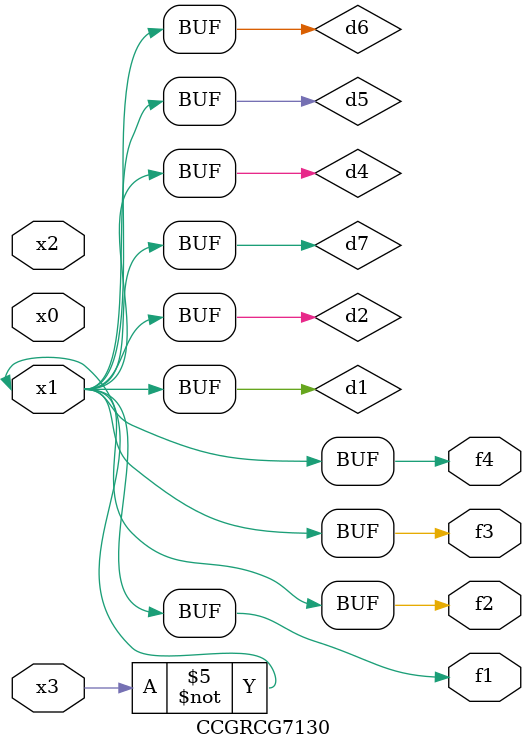
<source format=v>
module CCGRCG7130(
	input x0, x1, x2, x3,
	output f1, f2, f3, f4
);

	wire d1, d2, d3, d4, d5, d6, d7;

	not (d1, x3);
	buf (d2, x1);
	xnor (d3, d1, d2);
	nor (d4, d1);
	buf (d5, d1, d2);
	buf (d6, d4, d5);
	nand (d7, d4);
	assign f1 = d6;
	assign f2 = d7;
	assign f3 = d6;
	assign f4 = d6;
endmodule

</source>
